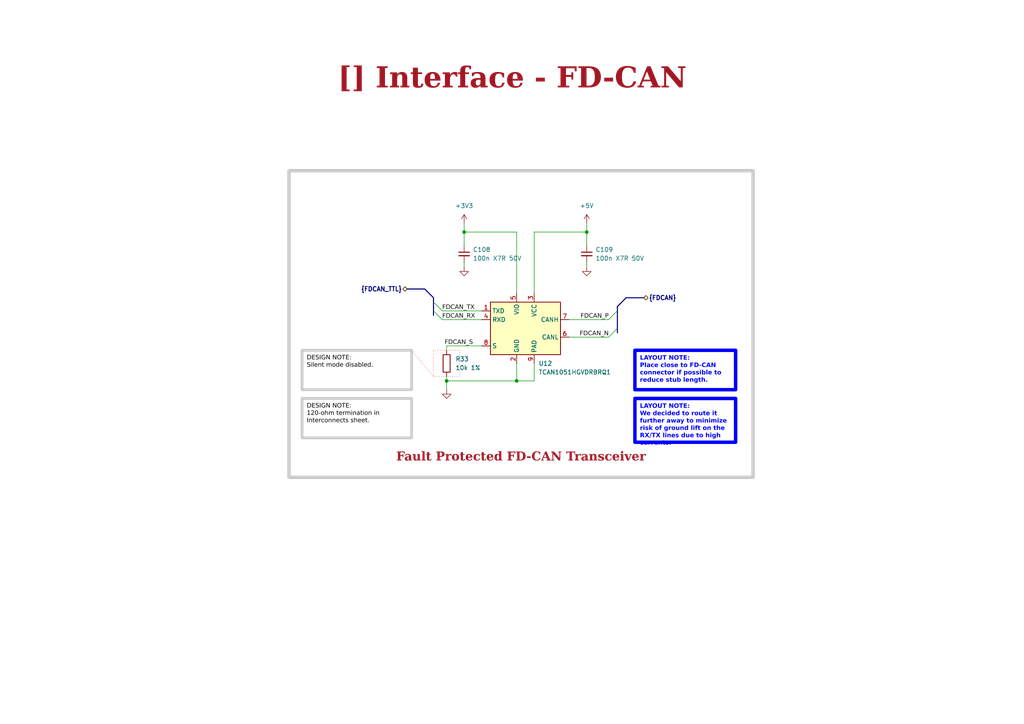
<source format=kicad_sch>
(kicad_sch (version 20230121) (generator eeschema)
  (paper "A4")
  (title_block (title "Interface - FD-CAN") (date "2023-10-15") (rev "${REVISION}") (company "${COMPANY}"))
  (lib_symbols
    (symbol "0_interface_can:TCAN1051HGVDRBRQ1"
      (property "Reference" "U" (at 0 0 0))
      (property "Value" "TCAN1051HGVDRBRQ1" (at 0 0 0))
      (symbol "TCAN1051HGVDRBRQ1_0_1"
        (rectangle (start -10.16 7.62) (end 10.16 -7.62) (stroke (width 0.254)) (fill (type background)))
      )
      (symbol "TCAN1051HGVDRBRQ1_1_1"
        (pin input line (at -12.7 5.08 0) (length 2.54) (name "TXD") (number "1"))
        (pin power_in line (at -2.54 -10.16 90) (length 2.54) (name "GND") (number "2"))
        (pin power_in line (at 2.54 10.16 270) (length 2.54) (name "VCC") (number "3"))
        (pin output line (at -12.7 2.54 0) (length 2.54) (name "RXD") (number "4"))
        (pin power_in line (at -2.54 10.16 270) (length 2.54) (name "VIO") (number "5"))
        (pin bidirectional line (at 12.7 -2.54 180) (length 2.54) (name "CANL") (number "6"))
        (pin bidirectional line (at 12.7 2.54 180) (length 2.54) (name "CANH") (number "7"))
        (pin input line (at -12.7 -5.08 0) (length 2.54) (name "S") (number "8"))
        (pin passive line (at 2.54 -10.16 90) (length 2.54) (name "PAD") (number "9"))
      )
    )
    (symbol "Device:C_Small" (pin_numbers hide) (pin_names (offset 0.254) hide)
      (property "Reference" "C" (at 0.254 1.778 0))
      (property "Value" "C_Small" (at 0.254 -2.032 0))
      (symbol "C_Small_0_1"
        (polyline (pts (xy -1.524 -0.508) (xy 1.524 -0.508)) (stroke (width 0.3302)))
        (polyline (pts (xy -1.524 0.508) (xy 1.524 0.508)) (stroke (width 0.3048)))
      )
      (symbol "C_Small_1_1"
        (pin passive line (at 0 2.54 270) (length 2.032) (name "~") (number "1"))
        (pin passive line (at 0 -2.54 90) (length 2.032) (name "~") (number "2"))
      )
    )
    (symbol "Device:R" (pin_numbers hide) (pin_names (offset 0))
      (property "Reference" "R" (at 2.032 0 90))
      (property "Value" "R" (at 0 0 90))
      (symbol "R_0_1"
        (rectangle (start -1.016 -2.54) (end 1.016 2.54) (stroke (width 0.254)))
      )
      (symbol "R_1_1"
        (pin passive line (at 0 3.81 270) (length 1.27) (name "~") (number "1"))
        (pin passive line (at 0 -3.81 90) (length 1.27) (name "~") (number "2"))
      )
    )
    (symbol "power:+3V3" (power) (pin_names (offset 0))
      (property "Value" "+3V3" (at 0 3.556 0))
      (symbol "+3V3_0_1"
        (polyline (pts (xy -0.762 1.27) (xy 0 2.54)))
        (polyline (pts (xy 0 0) (xy 0 2.54)))
        (polyline (pts (xy 0 2.54) (xy 0.762 1.27)))
      )
      (symbol "+3V3_1_1"
        (pin power_in line (at 0 0 90) (length 0) hide (name "+3V3") (number "1"))
      )
    )
    (symbol "power:+5V" (power) (pin_names (offset 0))
      (property "Value" "+5V" (at 0 3.556 0))
      (symbol "+5V_0_1"
        (polyline (pts (xy -0.762 1.27) (xy 0 2.54)))
        (polyline (pts (xy 0 0) (xy 0 2.54)))
        (polyline (pts (xy 0 2.54) (xy 0.762 1.27)))
      )
      (symbol "+5V_1_1"
        (pin power_in line (at 0 0 90) (length 0) hide (name "+5V") (number "1"))
      )
    )
    (symbol "power:GND" (power) (pin_names (offset 0))
      (property "Value" "GND" (at 0 -3.81 0))
      (symbol "GND_0_1"
        (polyline (pts (xy 0 0) (xy 0 -1.27) (xy 1.27 -1.27) (xy 0 -2.54) (xy -1.27 -1.27) (xy 0 -1.27)))
      )
      (symbol "GND_1_1"
        (pin power_in line (at 0 0 270) (length 0) hide (name "GND") (number "1"))
      )
    )
  )
  (junction (at 134.62 67.31))
  (junction (at 149.86 110.49))
  (junction (at 170.18 67.31))
  (junction (at 129.54 110.49))
  (bus_entry (at 179.07 95.25) (size -2.54 2.54))
  (bus_entry (at 179.07 90.17) (size -2.54 2.54))
  (bus_entry (at 125.73 87.63) (size 2.54 2.54))
  (bus_entry (at 125.73 90.17) (size 2.54 2.54))
  (wire (pts (xy 129.54 110.49) (xy 149.86 110.49)))
  (bus (pts (xy 179.07 90.17) (xy 179.07 95.25)))
  (wire (pts (xy 170.18 64.77) (xy 170.18 67.31)))
  (bus (pts (xy 179.07 88.9) (xy 179.07 90.17)))
  (bus (pts (xy 181.61 86.36) (xy 179.07 88.9)))
  (bus (pts (xy 123.19 83.82) (xy 125.73 86.36)))
  (wire (pts (xy 170.18 71.12) (xy 170.18 67.31)))
  (wire (pts (xy 129.54 100.33) (xy 139.7 100.33)))
  (wire (pts (xy 176.53 92.71) (xy 165.1 92.71)))
  (wire (pts (xy 149.86 110.49) (xy 154.94 110.49)))
  (bus (pts (xy 179.07 95.25) (xy 179.07 96.52)))
  (bus (pts (xy 125.73 86.36) (xy 125.73 87.63)))
  (wire (pts (xy 170.18 67.31) (xy 154.94 67.31)))
  (wire (pts (xy 128.27 92.71) (xy 139.7 92.71)))
  (wire (pts (xy 128.27 90.17) (xy 139.7 90.17)))
  (wire (pts (xy 134.62 77.47) (xy 134.62 76.2)))
  (wire (pts (xy 154.94 67.31) (xy 154.94 85.09)))
  (bus (pts (xy 125.73 87.63) (xy 125.73 90.17)))
  (wire (pts (xy 149.86 105.41) (xy 149.86 110.49)))
  (wire (pts (xy 134.62 71.12) (xy 134.62 67.31)))
  (bus (pts (xy 186.69 86.36) (xy 181.61 86.36)))
  (wire (pts (xy 170.18 77.47) (xy 170.18 76.2)))
  (bus (pts (xy 125.73 90.17) (xy 125.73 91.44)))
  (wire (pts (xy 176.53 97.79) (xy 165.1 97.79)))
  (wire (pts (xy 129.54 101.6) (xy 129.54 100.33)))
  (bus (pts (xy 118.11 83.82) (xy 123.19 83.82)))
  (wire (pts (xy 149.86 67.31) (xy 149.86 85.09)))
  (wire (pts (xy 129.54 113.03) (xy 129.54 110.49)))
  (wire (pts (xy 129.54 109.22) (xy 129.54 110.49)))
  (wire (pts (xy 154.94 110.49) (xy 154.94 105.41)))
  (wire (pts (xy 134.62 64.77) (xy 134.62 67.31)))
  (polyline (pts (xy 119.38 101.6) (xy 125.73 109.22)) (stroke (width 0) (type dot) (color 255 0 0 1)))
  (wire (pts (xy 134.62 67.31) (xy 149.86 67.31)))
  (rectangle (start 83.82 49.53) (end 218.44 138.43) (stroke (width 1) (color 200 200 200 1)))
  (rectangle (start 125.73 101.6) (end 133.35 109.22) (stroke (width 0) (type dot) (color 255 0 0 1)))
  (text_box "LAYOUT NOTE:\nPlace close to FD-CAN connector if possible to reduce stub length." (at 184.15 101.6 0) (size 29.21 11.43) (stroke (width 1) (color 0 0 255 1)) (effects (font (size 1.27 1.27) (thickness 0.4) bold) (justify left top)))
  (text_box "LAYOUT NOTE:\nWe decided to route it further away to minimize risk of ground lift on the RX/TX lines due to high currents." (at 184.15 115.57 0) (size 29.21 12.7) (stroke (width 1) (color 0 0 255 1)) (effects (font (size 1.27 1.27) (thickness 0.4) bold) (justify left top)))
  (text_box "DESIGN NOTE:\n120-ohm termination in Interconnects sheet." (at 87.63 115.57 0) (size 31.75 11.43) (stroke (width 0.8) (color 200 200 200 1)) (effects (font (size 1.27 1.27)) (justify left top)))
  (text_box "[${#}] ${TITLE}" (at 80.01 16.51 0) (size 137.16 12.7) (stroke (width -0.0001)) (effects (font (size 6 6) (thickness 1.2) bold)))
  (text_box "Fault Protected FD-CAN Transceiver" (at 85.09 127 0) (size 132.08 8.89) (stroke (width -0.0001)) (effects (font (size 2.54 2.54) (thickness 0.508) bold) (justify bottom)))
  (text_box "DESIGN NOTE:\nSilent mode disabled." (at 87.63 101.6 0) (size 31.75 11.43) (stroke (width 0.8) (color 200 200 200 1)) (effects (font (size 1.27 1.27)) (justify left top)))
  (label "FDCAN_TX" (at 128.27 90.17 0))
  (label "FDCAN_S" (at 137.16 100.33 180))
  (label "FDCAN_P" (at 176.53 92.71 180))
  (label "FDCAN_RX" (at 128.27 92.71 0))
  (label "FDCAN_N" (at 176.53 97.79 180))
  (hierarchical_label "{FDCAN_TTL}" (shape bidirectional) (at 118.11 83.82 180) (effects (font bold)))
  (hierarchical_label "{FDCAN}" (shape bidirectional) (at 186.69 86.36 0) (effects (font bold)))
  (symbol (lib_id "0_interface_can:TCAN1051HGVDRBRQ1") (at 152.4 95.25 0) (unit 1)
    (property "Reference" "U12" (at 156.21 105.41 0) (effects (justify left)))
    (property "Value" "TCAN1051HGVDRBRQ1" (at 156.21 107.95 0) (effects (justify left)))
    (property "Footprint" "0_package_SON:HVSON-8-1EP_3x3mm_P0.65mm_EP1.6x2.4mm_ThermalVias" (effects hide))
    (property "Datasheet" "https://www.ti.com/general/docs/suppproductinfo.tsp?distId=10&gotoUrl=https%3A%2F%2Fwww.ti.com%2Flit%2Fgpn%2Ftcan1051-q1" (effects hide))
    (property "Description" "TCAN1051-Q1 Automotive Fault Protected CAN Transceiver with CAN FD" (effects hide))
    (property "Manufacturer" "Texas Instruments" (effects hide))
    (property "Manufacturer Part Number" "TCAN1051HGVDRBRQ1" (effects hide))
    (property "Supplier 1" "Digikey" (effects hide))
    (property "Supplier Part Number 1" "296-TCAN1051HGVDRBRQ1CT-ND" (effects hide))
  )
  (symbol (lib_id "power:+3V3") (at 134.62 64.77 0) (unit 1)
    (property "Reference" "#PWR055" (effects hide))
    (property "Value" "+3V3" (at 134.62 59.69 0))
  )
  (symbol (lib_id "power:GND") (at 129.54 113.03 0) (unit 1)
    (property "Reference" "#PWR054" (effects hide))
    (property "Value" "GND" (effects hide))
  )
  (symbol (lib_id "power:GND") (at 134.62 77.47 0) (unit 1)
    (property "Reference" "#PWR056" (effects hide))
    (property "Value" "GND" (effects hide))
  )
  (symbol (lib_id "power:GND") (at 170.18 77.47 0) (mirror y) (unit 1)
    (property "Reference" "#PWR058" (effects hide))
    (property "Value" "GND" (effects hide))
  )
  (symbol (lib_id "Device:C_Small") (at 170.18 73.66 0) (unit 1)
    (property "Reference" "C109" (at 172.72 72.3963 0) (effects (justify left)))
    (property "Value" "100n X7R 50V" (at 172.72 74.9363 0) (effects (justify left)))
    (property "Footprint" "0_capacitor_smd:C_0402_1005_DensityHigh" (effects hide))
    (property "Datasheet" "https://search.murata.co.jp/Ceramy/image/img/A01X/G101/ENG/GCM155R71H104KE02-01.pdf" (effects hide))
    (property "Description" "0.1 µF ±10% 50V Ceramic Capacitor X7R 0402 (1005 Metric)" (effects hide))
    (property "Manufacturer" "Murata Electronics" (effects hide))
    (property "Manufacturer Part Number" "GCM155R71H104KE02J" (effects hide))
    (property "Supplier 1" "Digikey" (effects hide))
    (property "Supplier Part Number 1" "490-14514-1-ND" (effects hide))
  )
  (symbol (lib_id "power:+5V") (at 170.18 64.77 0) (unit 1)
    (property "Reference" "#PWR057" (effects hide))
    (property "Value" "+5V" (at 170.18 59.69 0))
  )
  (symbol (lib_id "Device:C_Small") (at 134.62 73.66 0) (unit 1)
    (property "Reference" "C108" (at 137.16 72.3963 0) (effects (justify left)))
    (property "Value" "100n X7R 50V" (at 137.16 74.9363 0) (effects (justify left)))
    (property "Footprint" "0_capacitor_smd:C_0402_1005_DensityHigh" (effects hide))
    (property "Datasheet" "https://search.murata.co.jp/Ceramy/image/img/A01X/G101/ENG/GCM155R71H104KE02-01.pdf" (effects hide))
    (property "Description" "0.1 µF ±10% 50V Ceramic Capacitor X7R 0402 (1005 Metric)" (effects hide))
    (property "Manufacturer" "Murata Electronics" (effects hide))
    (property "Manufacturer Part Number" "GCM155R71H104KE02J" (effects hide))
    (property "Supplier 1" "Digikey" (effects hide))
    (property "Supplier Part Number 1" "490-14514-1-ND" (effects hide))
  )
  (symbol (lib_id "Device:R") (at 129.54 105.41 0) (unit 1)
    (property "Reference" "R33" (at 132.08 104.14 0) (effects (justify left)))
    (property "Value" "10k 1%" (at 132.08 106.68 0) (effects (justify left)))
    (property "Footprint" "0_resistor_smd:R_0402_1005_DensityHigh" (effects hide))
    (property "Datasheet" "https://www.yageo.com/upload/media/product/app/datasheet/rchip/pyu-rt_1-to-0.01_rohs_l.pdf" (effects hide))
    (property "Description" "10 kOhms ±1% 0.063W, 1/16W Chip Resistor 0402 (1005 Metric) Thin Film" (effects hide))
    (property "Manufacturer" "YAGEO" (effects hide))
    (property "Manufacturer Part Number" "RT0402FRE0710KL" (effects hide))
    (property "Supplier 1" "Digikey" (effects hide))
    (property "Supplier Part Number 1" "YAG1233CT-ND" (effects hide))
  )
)
</source>
